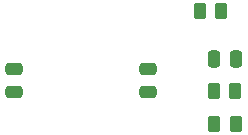
<source format=gbr>
%TF.GenerationSoftware,KiCad,Pcbnew,9.0.0*%
%TF.CreationDate,2025-04-24T23:16:59+03:00*%
%TF.ProjectId,Modular_Filter_kicad,4d6f6475-6c61-4725-9f46-696c7465725f,rev?*%
%TF.SameCoordinates,Original*%
%TF.FileFunction,Paste,Bot*%
%TF.FilePolarity,Positive*%
%FSLAX46Y46*%
G04 Gerber Fmt 4.6, Leading zero omitted, Abs format (unit mm)*
G04 Created by KiCad (PCBNEW 9.0.0) date 2025-04-24 23:16:59*
%MOMM*%
%LPD*%
G01*
G04 APERTURE LIST*
G04 Aperture macros list*
%AMRoundRect*
0 Rectangle with rounded corners*
0 $1 Rounding radius*
0 $2 $3 $4 $5 $6 $7 $8 $9 X,Y pos of 4 corners*
0 Add a 4 corners polygon primitive as box body*
4,1,4,$2,$3,$4,$5,$6,$7,$8,$9,$2,$3,0*
0 Add four circle primitives for the rounded corners*
1,1,$1+$1,$2,$3*
1,1,$1+$1,$4,$5*
1,1,$1+$1,$6,$7*
1,1,$1+$1,$8,$9*
0 Add four rect primitives between the rounded corners*
20,1,$1+$1,$2,$3,$4,$5,0*
20,1,$1+$1,$4,$5,$6,$7,0*
20,1,$1+$1,$6,$7,$8,$9,0*
20,1,$1+$1,$8,$9,$2,$3,0*%
G04 Aperture macros list end*
%ADD10RoundRect,0.250000X-0.262500X-0.450000X0.262500X-0.450000X0.262500X0.450000X-0.262500X0.450000X0*%
%ADD11RoundRect,0.250000X0.475000X-0.250000X0.475000X0.250000X-0.475000X0.250000X-0.475000X-0.250000X0*%
%ADD12RoundRect,0.250000X0.250000X0.475000X-0.250000X0.475000X-0.250000X-0.475000X0.250000X-0.475000X0*%
%ADD13RoundRect,0.250000X-0.475000X0.250000X-0.475000X-0.250000X0.475000X-0.250000X0.475000X0.250000X0*%
%ADD14RoundRect,0.250000X0.262500X0.450000X-0.262500X0.450000X-0.262500X-0.450000X0.262500X-0.450000X0*%
G04 APERTURE END LIST*
D10*
%TO.C,R17*%
X108256700Y-99618800D03*
X110081700Y-99618800D03*
%TD*%
D11*
%TO.C,C17*%
X92583000Y-106426000D03*
X92583000Y-104526000D03*
%TD*%
D12*
%TO.C,C11*%
X111338400Y-103632000D03*
X109438400Y-103632000D03*
%TD*%
D13*
%TO.C,C16*%
X103860600Y-104510800D03*
X103860600Y-106410800D03*
%TD*%
D14*
%TO.C,R14*%
X111275500Y-106324400D03*
X109450500Y-106324400D03*
%TD*%
%TO.C,R16*%
X111300900Y-109118400D03*
X109475900Y-109118400D03*
%TD*%
M02*

</source>
